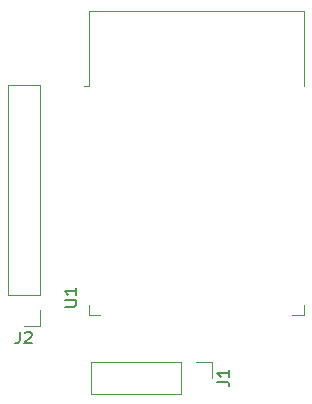
<source format=gbr>
%TF.GenerationSoftware,KiCad,Pcbnew,5.99.0+really5.1.10+dfsg1-1*%
%TF.CreationDate,2021-09-10T11:43:35-04:00*%
%TF.ProjectId,rsp32 lamp,72737033-3220-46c6-916d-702e6b696361,rev?*%
%TF.SameCoordinates,Original*%
%TF.FileFunction,Legend,Top*%
%TF.FilePolarity,Positive*%
%FSLAX46Y46*%
G04 Gerber Fmt 4.6, Leading zero omitted, Abs format (unit mm)*
G04 Created by KiCad (PCBNEW 5.99.0+really5.1.10+dfsg1-1) date 2021-09-10 11:43:35*
%MOMM*%
%LPD*%
G01*
G04 APERTURE LIST*
%ADD10C,0.120000*%
%ADD11C,0.150000*%
G04 APERTURE END LIST*
D10*
%TO.C,J2*%
X19110000Y-47050000D02*
X17780000Y-47050000D01*
X19110000Y-45720000D02*
X19110000Y-47050000D01*
X19110000Y-44450000D02*
X16450000Y-44450000D01*
X16450000Y-44450000D02*
X16450000Y-26610000D01*
X19110000Y-44450000D02*
X19110000Y-26610000D01*
X19110000Y-26610000D02*
X16450000Y-26610000D01*
%TO.C,J1*%
X33715000Y-50105000D02*
X33715000Y-51435000D01*
X32385000Y-50105000D02*
X33715000Y-50105000D01*
X31115000Y-50105000D02*
X31115000Y-52765000D01*
X31115000Y-52765000D02*
X23435000Y-52765000D01*
X31115000Y-50105000D02*
X23435000Y-50105000D01*
X23435000Y-50105000D02*
X23435000Y-52765000D01*
%TO.C,U1*%
X23265000Y-26750000D02*
X22885000Y-26750000D01*
X23265000Y-20330000D02*
X23265000Y-26750000D01*
X41505000Y-20330000D02*
X41505000Y-26750000D01*
X23265000Y-20330000D02*
X41505000Y-20330000D01*
X41505000Y-46075000D02*
X40505000Y-46075000D01*
X41505000Y-45295000D02*
X41505000Y-46075000D01*
X23265000Y-46075000D02*
X24265000Y-46075000D01*
X23265000Y-45295000D02*
X23265000Y-46075000D01*
%TO.C,J2*%
D11*
X17446666Y-47502380D02*
X17446666Y-48216666D01*
X17399047Y-48359523D01*
X17303809Y-48454761D01*
X17160952Y-48502380D01*
X17065714Y-48502380D01*
X17875238Y-47597619D02*
X17922857Y-47550000D01*
X18018095Y-47502380D01*
X18256190Y-47502380D01*
X18351428Y-47550000D01*
X18399047Y-47597619D01*
X18446666Y-47692857D01*
X18446666Y-47788095D01*
X18399047Y-47930952D01*
X17827619Y-48502380D01*
X18446666Y-48502380D01*
%TO.C,J1*%
X34167380Y-51768333D02*
X34881666Y-51768333D01*
X35024523Y-51815952D01*
X35119761Y-51911190D01*
X35167380Y-52054047D01*
X35167380Y-52149285D01*
X35167380Y-50768333D02*
X35167380Y-51339761D01*
X35167380Y-51054047D02*
X34167380Y-51054047D01*
X34310238Y-51149285D01*
X34405476Y-51244523D01*
X34453095Y-51339761D01*
%TO.C,U1*%
X21227380Y-45386904D02*
X22036904Y-45386904D01*
X22132142Y-45339285D01*
X22179761Y-45291666D01*
X22227380Y-45196428D01*
X22227380Y-45005952D01*
X22179761Y-44910714D01*
X22132142Y-44863095D01*
X22036904Y-44815476D01*
X21227380Y-44815476D01*
X22227380Y-43815476D02*
X22227380Y-44386904D01*
X22227380Y-44101190D02*
X21227380Y-44101190D01*
X21370238Y-44196428D01*
X21465476Y-44291666D01*
X21513095Y-44386904D01*
%TD*%
M02*

</source>
